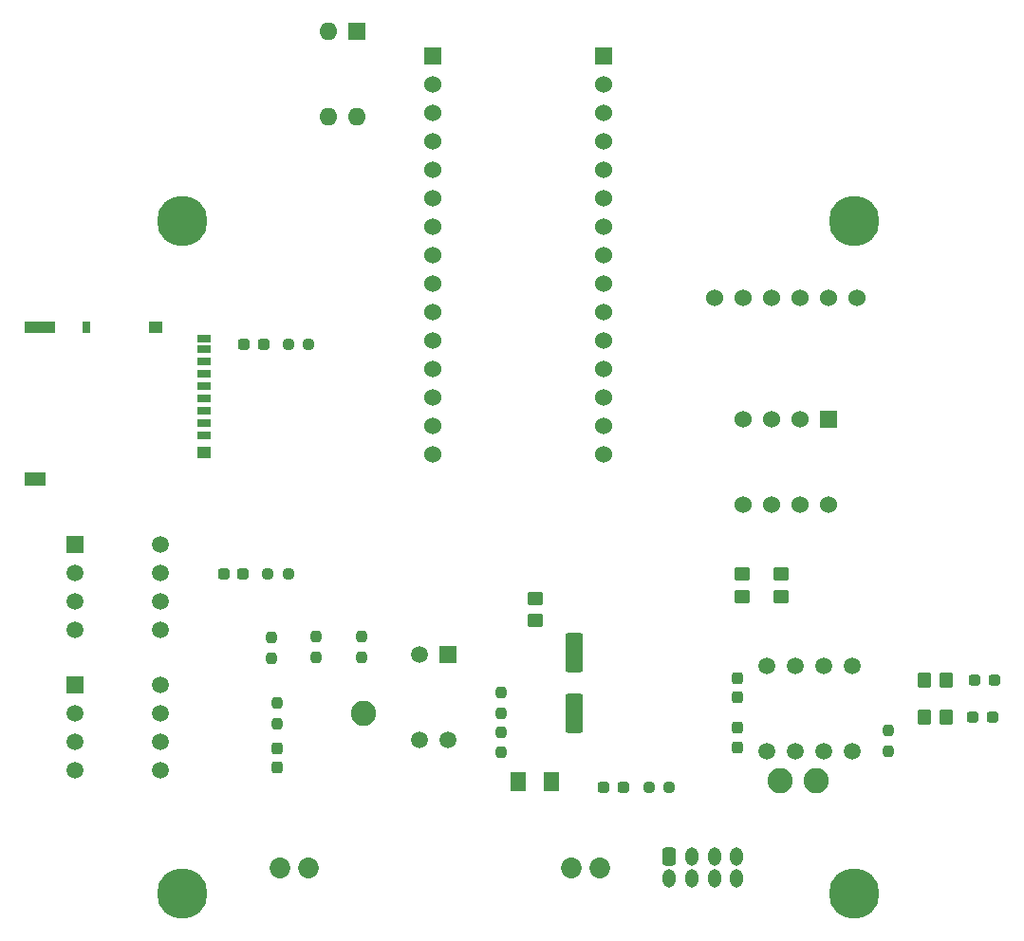
<source format=gbr>
%TF.GenerationSoftware,KiCad,Pcbnew,7.0.1-0*%
%TF.CreationDate,2023-05-24T18:21:05+09:00*%
%TF.ProjectId,SensingModule,53656e73-696e-4674-9d6f-64756c652e6b,rev?*%
%TF.SameCoordinates,Original*%
%TF.FileFunction,Soldermask,Top*%
%TF.FilePolarity,Negative*%
%FSLAX46Y46*%
G04 Gerber Fmt 4.6, Leading zero omitted, Abs format (unit mm)*
G04 Created by KiCad (PCBNEW 7.0.1-0) date 2023-05-24 18:21:05*
%MOMM*%
%LPD*%
G01*
G04 APERTURE LIST*
G04 Aperture macros list*
%AMRoundRect*
0 Rectangle with rounded corners*
0 $1 Rounding radius*
0 $2 $3 $4 $5 $6 $7 $8 $9 X,Y pos of 4 corners*
0 Add a 4 corners polygon primitive as box body*
4,1,4,$2,$3,$4,$5,$6,$7,$8,$9,$2,$3,0*
0 Add four circle primitives for the rounded corners*
1,1,$1+$1,$2,$3*
1,1,$1+$1,$4,$5*
1,1,$1+$1,$6,$7*
1,1,$1+$1,$8,$9*
0 Add four rect primitives between the rounded corners*
20,1,$1+$1,$2,$3,$4,$5,0*
20,1,$1+$1,$4,$5,$6,$7,0*
20,1,$1+$1,$6,$7,$8,$9,0*
20,1,$1+$1,$8,$9,$2,$3,0*%
G04 Aperture macros list end*
%ADD10RoundRect,0.250000X-0.350000X-0.450000X0.350000X-0.450000X0.350000X0.450000X-0.350000X0.450000X0*%
%ADD11RoundRect,0.237500X0.237500X-0.250000X0.237500X0.250000X-0.237500X0.250000X-0.237500X-0.250000X0*%
%ADD12C,1.530000*%
%ADD13C,1.500000*%
%ADD14R,1.600000X1.600000*%
%ADD15O,1.600000X1.600000*%
%ADD16RoundRect,0.237500X-0.287500X-0.237500X0.287500X-0.237500X0.287500X0.237500X-0.287500X0.237500X0*%
%ADD17RoundRect,0.237500X0.250000X0.237500X-0.250000X0.237500X-0.250000X-0.237500X0.250000X-0.237500X0*%
%ADD18C,4.500000*%
%ADD19C,2.250000*%
%ADD20RoundRect,0.237500X0.237500X-0.300000X0.237500X0.300000X-0.237500X0.300000X-0.237500X-0.300000X0*%
%ADD21RoundRect,0.237500X0.287500X0.237500X-0.287500X0.237500X-0.287500X-0.237500X0.287500X-0.237500X0*%
%ADD22RoundRect,0.237500X-0.237500X0.250000X-0.237500X-0.250000X0.237500X-0.250000X0.237500X0.250000X0*%
%ADD23R,1.500000X1.500000*%
%ADD24RoundRect,0.250000X0.450000X-0.350000X0.450000X0.350000X-0.450000X0.350000X-0.450000X-0.350000X0*%
%ADD25C,1.853200*%
%ADD26R,1.530000X1.530000*%
%ADD27RoundRect,0.250001X0.462499X0.624999X-0.462499X0.624999X-0.462499X-0.624999X0.462499X-0.624999X0*%
%ADD28RoundRect,0.250000X-0.350000X-0.560000X0.350000X-0.560000X0.350000X0.560000X-0.350000X0.560000X0*%
%ADD29O,1.200000X1.650000*%
%ADD30RoundRect,0.237500X0.237500X-0.287500X0.237500X0.287500X-0.237500X0.287500X-0.237500X-0.287500X0*%
%ADD31RoundRect,0.250000X0.550000X-1.500000X0.550000X1.500000X-0.550000X1.500000X-0.550000X-1.500000X0*%
%ADD32R,1.200000X0.700000*%
%ADD33R,0.800000X1.000000*%
%ADD34R,1.200000X1.000000*%
%ADD35R,2.800000X1.000000*%
%ADD36R,1.900000X1.300000*%
G04 APERTURE END LIST*
D10*
%TO.C,R1*%
X184712500Y-116000000D03*
X186712500Y-116000000D03*
%TD*%
D11*
%TO.C,R13*%
X130500000Y-113912500D03*
X130500000Y-112087500D03*
%TD*%
D12*
%TO.C,U2*%
X178740000Y-81859000D03*
X176200000Y-81859000D03*
X173660000Y-81859000D03*
X171120000Y-81859000D03*
X168580000Y-81859000D03*
X166040000Y-81859000D03*
%TD*%
D13*
%TO.C,U1*%
X178300000Y-114700000D03*
X175760000Y-114700000D03*
X173220000Y-114700000D03*
X170680000Y-114700000D03*
X170680000Y-122320000D03*
X173220000Y-122320000D03*
X175760000Y-122320000D03*
X178300000Y-122320000D03*
%TD*%
D14*
%TO.C,SW1*%
X134150000Y-58024432D03*
D15*
X131610000Y-58024432D03*
X131610000Y-65644432D03*
X134150000Y-65644432D03*
%TD*%
D16*
%TO.C,D5*%
X122212500Y-106500000D03*
X123962500Y-106500000D03*
%TD*%
D17*
%TO.C,R7*%
X162000000Y-125500000D03*
X160175000Y-125500000D03*
%TD*%
D16*
%TO.C,D6*%
X124037500Y-86000000D03*
X125787500Y-86000000D03*
%TD*%
D11*
%TO.C,R14*%
X126500000Y-114000000D03*
X126500000Y-112175000D03*
%TD*%
D17*
%TO.C,R15*%
X129825000Y-86000000D03*
X128000000Y-86000000D03*
%TD*%
%TO.C,R11*%
X128000000Y-106500000D03*
X126175000Y-106500000D03*
%TD*%
D18*
%TO.C,REF\u002A\u002A*%
X118500000Y-75000000D03*
%TD*%
D19*
%TO.C,TP2*%
X171900000Y-124949432D03*
%TD*%
D18*
%TO.C,REF\u002A\u002A*%
X118500000Y-135000000D03*
%TD*%
D20*
%TO.C,C1*%
X168058000Y-117522432D03*
X168058000Y-115797432D03*
%TD*%
D21*
%TO.C,D2*%
X190837500Y-119250000D03*
X189087500Y-119250000D03*
%TD*%
D18*
%TO.C,REF\u002A\u002A*%
X178500000Y-135000000D03*
%TD*%
D10*
%TO.C,R3*%
X184712500Y-119250000D03*
X186712500Y-119250000D03*
%TD*%
D22*
%TO.C,R6*%
X147000000Y-120587500D03*
X147000000Y-122412500D03*
%TD*%
D18*
%TO.C,REF\u002A\u002A*%
X178500000Y-75000000D03*
%TD*%
D23*
%TO.C,U4*%
X142275000Y-113700000D03*
D13*
X139735000Y-113700000D03*
X139735000Y-121320000D03*
X142275000Y-121320000D03*
%TD*%
D21*
%TO.C,D1*%
X190962500Y-116000000D03*
X189212500Y-116000000D03*
%TD*%
D11*
%TO.C,R2*%
X181500000Y-122312500D03*
X181500000Y-120487500D03*
%TD*%
D24*
%TO.C,R9*%
X150000000Y-110648432D03*
X150000000Y-108648432D03*
%TD*%
D19*
%TO.C,TP3*%
X134700000Y-118949432D03*
%TD*%
D24*
%TO.C,R4*%
X171995000Y-108500000D03*
X171995000Y-106500000D03*
%TD*%
D25*
%TO.C,J1*%
X153230000Y-132690000D03*
X155770000Y-132690000D03*
%TD*%
D16*
%TO.C,D3*%
X156125000Y-125500000D03*
X157875000Y-125500000D03*
%TD*%
D26*
%TO.C,U3*%
X176200000Y-92690000D03*
D12*
X173660000Y-92690000D03*
X171120000Y-92690000D03*
X168580000Y-92690000D03*
X168580000Y-100310000D03*
X171120000Y-100310000D03*
X173660000Y-100310000D03*
X176200000Y-100310000D03*
%TD*%
D26*
%TO.C,U5*%
X140880000Y-60220000D03*
D12*
X140880000Y-62760000D03*
X140880000Y-65300000D03*
X140880000Y-67840000D03*
X140880000Y-70380000D03*
X140880000Y-72920000D03*
X140880000Y-75460000D03*
X140880000Y-78000000D03*
X140880000Y-80540000D03*
X140880000Y-83080000D03*
X140880000Y-85620000D03*
X140880000Y-88160000D03*
X140880000Y-90700000D03*
X140880000Y-93240000D03*
X140880000Y-95780000D03*
D26*
X156120000Y-60220000D03*
D12*
X156120000Y-62760000D03*
X156120000Y-65300000D03*
X156120000Y-67840000D03*
X156120000Y-70380000D03*
X156120000Y-72920000D03*
X156120000Y-75460000D03*
X156120000Y-78000000D03*
X156120000Y-80540000D03*
X156120000Y-83080000D03*
X156120000Y-85620000D03*
X156120000Y-88160000D03*
X156120000Y-90700000D03*
X156120000Y-93240000D03*
X156120000Y-95780000D03*
%TD*%
D20*
%TO.C,C2*%
X168058000Y-121967432D03*
X168058000Y-120242432D03*
%TD*%
D11*
%TO.C,R12*%
X134500000Y-113912500D03*
X134500000Y-112087500D03*
%TD*%
D23*
%TO.C,U6*%
X109000000Y-116380000D03*
D13*
X109000000Y-118920000D03*
X109000000Y-121460000D03*
X109000000Y-124000000D03*
X116620000Y-124000000D03*
X116620000Y-121460000D03*
X116620000Y-118920000D03*
X116620000Y-116380000D03*
%TD*%
D27*
%TO.C,F1*%
X151487500Y-125000000D03*
X148512500Y-125000000D03*
%TD*%
D28*
%TO.C,J2*%
X162000000Y-131690000D03*
D29*
X162000000Y-133690000D03*
X164000000Y-131690000D03*
X164000000Y-133690000D03*
X166000000Y-131690000D03*
X166000000Y-133690000D03*
X168000000Y-131690000D03*
X168000000Y-133690000D03*
%TD*%
D24*
%TO.C,R5*%
X168500000Y-108489432D03*
X168500000Y-106489432D03*
%TD*%
D25*
%TO.C,J3*%
X127230000Y-132690000D03*
X129770000Y-132690000D03*
%TD*%
D30*
%TO.C,D4*%
X127000000Y-123787500D03*
X127000000Y-122037500D03*
%TD*%
D31*
%TO.C,C3*%
X153500000Y-118950000D03*
X153500000Y-113550000D03*
%TD*%
D19*
%TO.C,TP1*%
X175100000Y-124949432D03*
%TD*%
D22*
%TO.C,R8*%
X147000000Y-117087500D03*
X147000000Y-118912500D03*
%TD*%
D23*
%TO.C,U7*%
X109000000Y-103880000D03*
D13*
X109000000Y-106420000D03*
X109000000Y-108960000D03*
X109000000Y-111500000D03*
X116620000Y-111500000D03*
X116620000Y-108960000D03*
X116620000Y-106420000D03*
X116620000Y-103880000D03*
%TD*%
D22*
%TO.C,R10*%
X127000000Y-118000000D03*
X127000000Y-119825000D03*
%TD*%
D32*
%TO.C,J4*%
X120500000Y-94100000D03*
X120500000Y-93000000D03*
X120500000Y-91900000D03*
X120500000Y-90800000D03*
X120500000Y-89700000D03*
X120500000Y-88600000D03*
X120500000Y-87500000D03*
X120500000Y-86400000D03*
X120500000Y-85450000D03*
D33*
X110000000Y-84500000D03*
D34*
X116200000Y-84500000D03*
D35*
X105850000Y-84500000D03*
D34*
X120500000Y-95650000D03*
D36*
X105400000Y-98000000D03*
%TD*%
M02*

</source>
